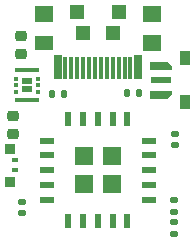
<source format=gbr>
%TF.GenerationSoftware,KiCad,Pcbnew,5.99.0-unknown-a208dac8d8~131~ubuntu20.04.1*%
%TF.CreationDate,2021-09-06T21:34:52-05:00*%
%TF.ProjectId,minimum,6d696e69-6d75-46d2-9e6b-696361645f70,rev?*%
%TF.SameCoordinates,Original*%
%TF.FileFunction,Paste,Top*%
%TF.FilePolarity,Positive*%
%FSLAX46Y46*%
G04 Gerber Fmt 4.6, Leading zero omitted, Abs format (unit mm)*
G04 Created by KiCad (PCBNEW 5.99.0-unknown-a208dac8d8~131~ubuntu20.04.1) date 2021-09-06 21:34:52*
%MOMM*%
%LPD*%
G01*
G04 APERTURE LIST*
G04 Aperture macros list*
%AMRoundRect*
0 Rectangle with rounded corners*
0 $1 Rounding radius*
0 $2 $3 $4 $5 $6 $7 $8 $9 X,Y pos of 4 corners*
0 Add a 4 corners polygon primitive as box body*
4,1,4,$2,$3,$4,$5,$6,$7,$8,$9,$2,$3,0*
0 Add four circle primitives for the rounded corners*
1,1,$1+$1,$2,$3*
1,1,$1+$1,$4,$5*
1,1,$1+$1,$6,$7*
1,1,$1+$1,$8,$9*
0 Add four rect primitives between the rounded corners*
20,1,$1+$1,$2,$3,$4,$5,0*
20,1,$1+$1,$4,$5,$6,$7,0*
20,1,$1+$1,$6,$7,$8,$9,0*
20,1,$1+$1,$8,$9,$2,$3,0*%
%AMOutline5P*
0 Free polygon, 5 corners , with rotation*
0 The origin of the aperture is its center*
0 number of corners: always 5*
0 $1 to $10 corner X, Y*
0 $11 Rotation angle, in degrees counterclockwise*
0 create outline with 5 corners*
4,1,5,$1,$2,$3,$4,$5,$6,$7,$8,$9,$10,$1,$2,$11*%
%AMOutline6P*
0 Free polygon, 6 corners , with rotation*
0 The origin of the aperture is its center*
0 number of corners: always 6*
0 $1 to $12 corner X, Y*
0 $13 Rotation angle, in degrees counterclockwise*
0 create outline with 6 corners*
4,1,6,$1,$2,$3,$4,$5,$6,$7,$8,$9,$10,$11,$12,$1,$2,$13*%
%AMOutline7P*
0 Free polygon, 7 corners , with rotation*
0 The origin of the aperture is its center*
0 number of corners: always 7*
0 $1 to $14 corner X, Y*
0 $15 Rotation angle, in degrees counterclockwise*
0 create outline with 7 corners*
4,1,7,$1,$2,$3,$4,$5,$6,$7,$8,$9,$10,$11,$12,$13,$14,$1,$2,$15*%
%AMOutline8P*
0 Free polygon, 8 corners , with rotation*
0 The origin of the aperture is its center*
0 number of corners: always 8*
0 $1 to $16 corner X, Y*
0 $17 Rotation angle, in degrees counterclockwise*
0 create outline with 8 corners*
4,1,8,$1,$2,$3,$4,$5,$6,$7,$8,$9,$10,$11,$12,$13,$14,$15,$16,$1,$2,$17*%
G04 Aperture macros list end*
%ADD10R,1.300000X0.600000*%
%ADD11R,0.600000X1.300000*%
%ADD12R,1.600000X1.600000*%
%ADD13RoundRect,0.135000X0.185000X-0.135000X0.185000X0.135000X-0.185000X0.135000X-0.185000X-0.135000X0*%
%ADD14RoundRect,0.140000X-0.170000X0.140000X-0.170000X-0.140000X0.170000X-0.140000X0.170000X0.140000X0*%
%ADD15R,0.900000X0.850000*%
%ADD16R,0.500000X0.450000*%
%ADD17RoundRect,0.135000X-0.185000X0.135000X-0.185000X-0.135000X0.185000X-0.135000X0.185000X0.135000X0*%
%ADD18RoundRect,0.135000X0.135000X0.185000X-0.135000X0.185000X-0.135000X-0.185000X0.135000X-0.185000X0*%
%ADD19R,0.325000X0.300000*%
%ADD20R,2.050000X0.350000*%
%ADD21R,0.850000X0.500000*%
%ADD22Outline5P,-0.375000X0.900000X0.375000X0.900000X0.375000X-0.900000X0.000000X-0.900000X-0.375000X-0.525000X90.000000*%
%ADD23R,1.800000X0.600000*%
%ADD24R,0.900000X1.300000*%
%ADD25Outline5P,-0.375000X0.900000X0.375000X0.900000X0.375000X-0.525000X0.000000X-0.900000X-0.375000X-0.900000X90.000000*%
%ADD26RoundRect,0.225000X-0.250000X0.225000X-0.250000X-0.225000X0.250000X-0.225000X0.250000X0.225000X0*%
%ADD27RoundRect,0.225000X0.250000X-0.225000X0.250000X0.225000X-0.250000X0.225000X-0.250000X-0.225000X0*%
%ADD28R,0.350000X1.900000*%
%ADD29R,1.200000X1.200000*%
%ADD30R,1.500000X1.300000*%
%ADD31R,1.500000X1.400000*%
%ADD32R,0.650000X2.100000*%
%ADD33RoundRect,0.140000X0.170000X-0.140000X0.170000X0.140000X-0.170000X0.140000X-0.170000X-0.140000X0*%
G04 APERTURE END LIST*
D10*
%TO.C,U2*%
X95700000Y-70100000D03*
X95700000Y-71350000D03*
X95700000Y-72600000D03*
X95700000Y-73850000D03*
X95700000Y-75100000D03*
D11*
X97500000Y-76900000D03*
X98750000Y-76900000D03*
X100000000Y-76900000D03*
X101250000Y-76900000D03*
X102500000Y-76900000D03*
D10*
X104300000Y-75100000D03*
X104300000Y-73850000D03*
X104300000Y-72600000D03*
X104300000Y-71350000D03*
X104300000Y-70100000D03*
D11*
X102500000Y-68300000D03*
X101250000Y-68300000D03*
X100000000Y-68300000D03*
X98750000Y-68300000D03*
X97500000Y-68300000D03*
D12*
X101200000Y-73800000D03*
X98800000Y-71400000D03*
X101200000Y-71400000D03*
X98800000Y-73800000D03*
%TD*%
D13*
%TO.C,R4*%
X106400000Y-78010000D03*
X106400000Y-76990000D03*
%TD*%
D14*
%TO.C,C8*%
X106500000Y-69520000D03*
X106500000Y-70480000D03*
%TD*%
D15*
%TO.C,D1*%
X92550000Y-73575000D03*
D16*
X92950000Y-72625000D03*
X92950000Y-71775000D03*
D15*
X92550000Y-70825000D03*
%TD*%
D17*
%TO.C,R3*%
X106400000Y-75110000D03*
X106400000Y-76130000D03*
%TD*%
D18*
%TO.C,R6*%
X103480000Y-66050000D03*
X102460000Y-66050000D03*
%TD*%
%TO.C,R7*%
X97090000Y-66160000D03*
X96070000Y-66160000D03*
%TD*%
D19*
%TO.C,U4*%
X93062500Y-64850000D03*
X93062500Y-65400000D03*
X93062500Y-65950000D03*
X94937500Y-65950000D03*
X94937500Y-65400000D03*
X94937500Y-64850000D03*
D20*
X94000000Y-64150000D03*
X94000000Y-66650000D03*
D21*
X94000000Y-65025000D03*
X94000000Y-65775000D03*
%TD*%
D22*
%TO.C,SW1*%
X105374650Y-66215000D03*
D23*
X105372950Y-64990000D03*
D24*
X107328750Y-63140000D03*
X107328750Y-66840000D03*
D25*
X105374650Y-63765000D03*
%TD*%
D26*
%TO.C,C18*%
X92810000Y-68035000D03*
X92810000Y-69585000D03*
%TD*%
D27*
%TO.C,C17*%
X93500000Y-62775000D03*
X93500000Y-61225000D03*
%TD*%
D28*
%TO.C,J1*%
X97250000Y-63950000D03*
X98750000Y-63950000D03*
X99250000Y-63950000D03*
X99750000Y-63950000D03*
X100250000Y-63950000D03*
X101750000Y-63950000D03*
X102250000Y-63950000D03*
X102750000Y-63950000D03*
X101250000Y-63950000D03*
X100750000Y-63950000D03*
X98250000Y-63950000D03*
X97750000Y-63950000D03*
D29*
X101750000Y-59250000D03*
D30*
X95450000Y-61850000D03*
D29*
X98750000Y-61000000D03*
D31*
X104550000Y-59350000D03*
D32*
X96600000Y-63850000D03*
D29*
X101250000Y-61000000D03*
D32*
X103400000Y-63850000D03*
D31*
X104550000Y-61850000D03*
D29*
X98250000Y-59250000D03*
D31*
X95450000Y-59350000D03*
%TD*%
D33*
%TO.C,C9*%
X93550000Y-76270000D03*
X93550000Y-75310000D03*
%TD*%
M02*

</source>
